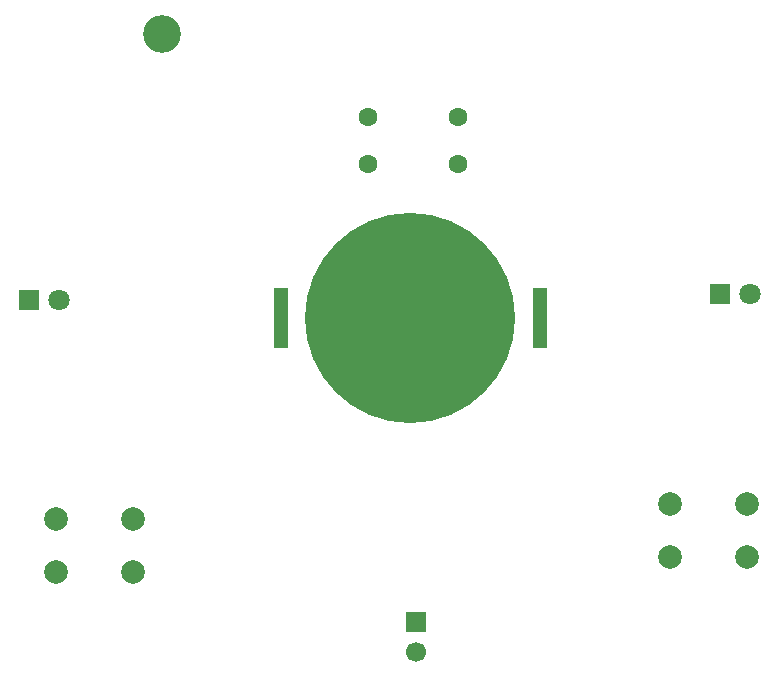
<source format=gbr>
%TF.GenerationSoftware,KiCad,Pcbnew,9.0.2*%
%TF.CreationDate,2025-06-01T15:12:09-05:00*%
%TF.ProjectId,first_pcb_project,66697273-745f-4706-9362-5f70726f6a65,rev?*%
%TF.SameCoordinates,Original*%
%TF.FileFunction,Soldermask,Bot*%
%TF.FilePolarity,Negative*%
%FSLAX46Y46*%
G04 Gerber Fmt 4.6, Leading zero omitted, Abs format (unit mm)*
G04 Created by KiCad (PCBNEW 9.0.2) date 2025-06-01 15:12:09*
%MOMM*%
%LPD*%
G01*
G04 APERTURE LIST*
%ADD10C,3.200000*%
%ADD11R,1.700000X1.700000*%
%ADD12C,1.700000*%
%ADD13R,1.800000X1.800000*%
%ADD14C,1.800000*%
%ADD15C,2.000000*%
%ADD16C,1.600000*%
%ADD17R,1.270000X5.080000*%
%ADD18C,17.800000*%
G04 APERTURE END LIST*
D10*
%TO.C,REF\u002A\u002A*%
X65458746Y-72591612D03*
%TD*%
D11*
%TO.C,M1*%
X86958746Y-122316612D03*
D12*
X86958746Y-124856612D03*
%TD*%
D13*
%TO.C,D2*%
X112683746Y-94591612D03*
D14*
X115223746Y-94591612D03*
%TD*%
D13*
%TO.C,D1*%
X54183746Y-95091612D03*
D14*
X56723746Y-95091612D03*
%TD*%
D15*
%TO.C,SW1*%
X56458746Y-113591612D03*
X62958746Y-113591612D03*
X56458746Y-118091612D03*
X62958746Y-118091612D03*
%TD*%
%TO.C,SW2*%
X108458746Y-112341612D03*
X114958746Y-112341612D03*
X108458746Y-116841612D03*
X114958746Y-116841612D03*
%TD*%
D16*
%TO.C,R2*%
X82838746Y-83591612D03*
X90458746Y-83591612D03*
%TD*%
%TO.C,R1*%
X82838746Y-79591612D03*
X90458746Y-79591612D03*
%TD*%
D17*
%TO.C,BT1*%
X97443746Y-96591612D03*
X75473746Y-96591612D03*
D18*
X86458746Y-96591612D03*
%TD*%
M02*

</source>
